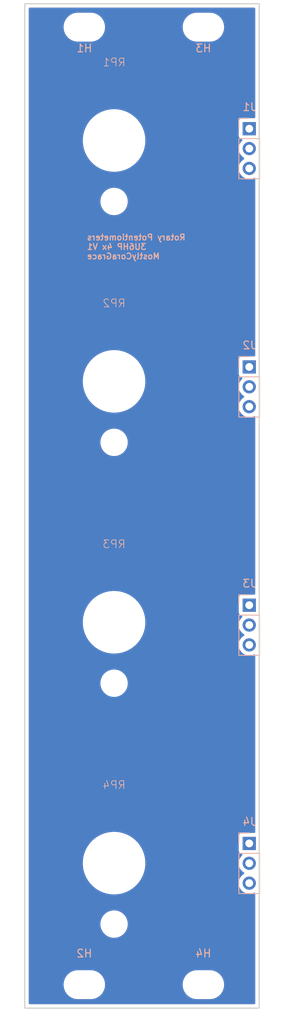
<source format=kicad_pcb>
(kicad_pcb (version 20240108) (generator "pcbnew") (generator_version "8.0")
  (layers (0 "F.Cu" signal) (31 "B.Cu" signal) (34 "B.Paste" user) (35 "F.Paste" user) (36 "B.SilkS" user "B.Silkscreen") (37 "F.SilkS" user "F.Silkscreen") (38 "B.Mask" user) (39 "F.Mask" user) (44 "Edge.Cuts" user))
  (net 0 "")
  (footprint "EXC:Rotary_Potentiometer_M7_Panel_Mount" (layer "F.Cu") (at 11.43 112.375)
    (property "Reference" "RP4" (at 0 -10 0) (layer "B.SilkS") (effects (font (thickness 0.1)) (justify mirror)))
    (property "Value" "M7_Panel_Mount_Rotary_Potentiometer")
    (pad "" np_thru_hole circle (at 0 0) (size 7.5 7.5) (drill 7.5) (layers "F&B.Cu" "*.Mask"))
    (pad "" np_thru_hole circle (at 0 7.8) (size 3 3) (drill 3) (layers "F&B.Cu" "*.Mask"))
  )
  (footprint "EXC:Rotary_Potentiometer_M7_Panel_Mount" (layer "F.Cu") (at 11.43 81.5583)
    (property "Reference" "RP3" (at 0 -10 0) (layer "B.SilkS") (effects (font (thickness 0.1)) (justify mirror)))
    (property "Value" "M7_Panel_Mount_Rotary_Potentiometer")
    (pad "" np_thru_hole circle (at 0 0) (size 7.5 7.5) (drill 7.5) (layers "F&B.Cu" "*.Mask"))
    (pad "" np_thru_hole circle (at 0 7.8) (size 3 3) (drill 3) (layers "F&B.Cu" "*.Mask"))
  )
  (footprint "EXC:Rotary_Potentiometer_M7_Panel_Mount" (layer "F.Cu") (at 11.43 50.7417)
    (property "Reference" "RP2" (at 0 -10 0) (layer "B.SilkS") (effects (font (thickness 0.1)) (justify mirror)))
    (property "Value" "M7_Panel_Mount_Rotary_Potentiometer")
    (pad "" np_thru_hole circle (at 0 0) (size 7.5 7.5) (drill 7.5) (layers "F&B.Cu" "*.Mask"))
    (pad "" np_thru_hole circle (at 0 7.8) (size 3 3) (drill 3) (layers "F&B.Cu" "*.Mask"))
  )
  (footprint "EXC:Rotary_Potentiometer_M7_Panel_Mount" (layer "F.Cu") (at 11.43 19.925)
    (property "Reference" "RP1" (at 0 -10 0) (layer "B.SilkS") (effects (font (thickness 0.1)) (justify mirror)))
    (property "Value" "M7_Panel_Mount_Rotary_Potentiometer")
    (pad "" np_thru_hole circle (at 0 0) (size 7.5 7.5) (drill 7.5) (layers "F&B.Cu" "*.Mask"))
    (pad "" np_thru_hole circle (at 0 7.8) (size 3 3) (drill 3) (layers "F&B.Cu" "*.Mask"))
  )
  (footprint "EXC:MountingHole_3.2mm_M3" (layer "B.Cu") (at 22.86 127.925 180)
    (property "Reference" "H4" (at 0 4 0) (layer "B.SilkS") (effects (justify mirror)))
    (property "Value" "Eurorack_M3_MountingHole")
    (pad "" np_thru_hole oval (at 0 0 180) (size 4.8 3.2) (drill oval 4.8 3.2) (layers "F&B.Cu" "*.Mask"))
  )
  (footprint "Connector_PinSocket_2.54mm:PinSocket_1x03_P2.54mm_Vertical" (layer "B.Cu") (at 28.73 109.855 180)
    (property "Reference" "J4" (at 0 2.77 0) (layer "B.SilkS") (effects (justify mirror)))
    (property "Value" "Conn_01x03_Socket")
    (fp_line (start 1.33 1.33) (end 0 1.33) (stroke (width 0.12)) (layer "B.SilkS"))
    (fp_line (start 1.33 0) (end 1.33 1.33) (stroke (width 0.12)) (layer "B.SilkS"))
    (fp_line (start 1.33 -1.27) (end -1.33 -1.27) (stroke (width 0.12)) (layer "B.SilkS"))
    (fp_line (start 1.33 -6.41) (end 1.33 -1.27) (stroke (width 0.12)) (layer "B.SilkS"))
    (fp_line (start 1.33 -6.41) (end -1.33 -6.41) (stroke (width 0.12)) (layer "B.SilkS"))
    (fp_line (start -1.33 -6.41) (end -1.33 -1.27) (stroke (width 0.12)) (layer "B.SilkS"))
    (pad "1" thru_hole rect (at 0 0 180) (size 1.7 1.7) (drill 1) (layers "*.Cu" "*.Mask"))
    (pad "2" thru_hole oval (at 0 -2.54 180) (size 1.7 1.7) (drill 1) (layers "*.Cu" "*.Mask"))
    (pad "3" thru_hole oval (at 0 -5.08 180) (size 1.7 1.7) (drill 1) (layers "*.Cu" "*.Mask"))
  )
  (footprint "Connector_PinSocket_2.54mm:PinSocket_1x03_P2.54mm_Vertical" (layer "B.Cu") (at 28.73 79.375 180)
    (property "Reference" "J3" (at 0 2.77 0) (layer "B.SilkS") (effects (justify mirror)))
    (property "Value" "Conn_01x03_Socket")
    (fp_line (start 1.33 1.33) (end 0 1.33) (stroke (width 0.12)) (layer "B.SilkS"))
    (fp_line (start 1.33 0) (end 1.33 1.33) (stroke (width 0.12)) (layer "B.SilkS"))
    (fp_line (start 1.33 -1.27) (end -1.33 -1.27) (stroke (width 0.12)) (layer "B.SilkS"))
    (fp_line (start 1.33 -6.41) (end 1.33 -1.27) (stroke (width 0.12)) (layer "B.SilkS"))
    (fp_line (start 1.33 -6.41) (end -1.33 -6.41) (stroke (width 0.12)) (layer "B.SilkS"))
    (fp_line (start -1.33 -6.41) (end -1.33 -1.27) (stroke (width 0.12)) (layer "B.SilkS"))
    (pad "1" thru_hole rect (at 0 0 180) (size 1.7 1.7) (drill 1) (layers "*.Cu" "*.Mask"))
    (pad "2" thru_hole oval (at 0 -2.54 180) (size 1.7 1.7) (drill 1) (layers "*.Cu" "*.Mask"))
    (pad "3" thru_hole oval (at 0 -5.08 180) (size 1.7 1.7) (drill 1) (layers "*.Cu" "*.Mask"))
  )
  (footprint "EXC:MountingHole_3.2mm_M3" (layer "B.Cu") (at 22.86 5.425 180)
    (property "Reference" "H3" (at 0 -2.703 0) (layer "B.SilkS") (effects (justify mirror)))
    (property "Value" "Eurorack_M3_MountingHole")
    (pad "" np_thru_hole oval (at 0 0 180) (size 4.8 3.2) (drill oval 4.8 3.2) (layers "F&B.Cu" "*.Mask"))
  )
  (footprint "EXC:MountingHole_3.2mm_M3" (layer "B.Cu") (at 7.61962 127.925 180)
    (property "Reference" "H2" (at 0 4 0) (layer "B.SilkS") (effects (justify mirror)))
    (property "Value" "Eurorack_M3_MountingHole")
    (pad "" np_thru_hole oval (at 0 0 180) (size 4.8 3.2) (drill oval 4.8 3.2) (layers "F&B.Cu" "*.Mask"))
  )
  (footprint "Connector_PinSocket_2.54mm:PinSocket_1x03_P2.54mm_Vertical" (layer "B.Cu") (at 28.73 18.415 180)
    (property "Reference" "J1" (at 0 2.77 0) (layer "B.SilkS") (effects (justify mirror)))
    (property "Value" "Conn_01x03_Socket")
    (fp_line (start 1.33 1.33) (end 0 1.33) (stroke (width 0.12)) (layer "B.SilkS"))
    (fp_line (start 1.33 0) (end 1.33 1.33) (stroke (width 0.12)) (layer "B.SilkS"))
    (fp_line (start 1.33 -1.27) (end -1.33 -1.27) (stroke (width 0.12)) (layer "B.SilkS"))
    (fp_line (start 1.33 -6.41) (end 1.33 -1.27) (stroke (width 0.12)) (layer "B.SilkS"))
    (fp_line (start 1.33 -6.41) (end -1.33 -6.41) (stroke (width 0.12)) (layer "B.SilkS"))
    (fp_line (start -1.33 -6.41) (end -1.33 -1.27) (stroke (width 0.12)) (layer "B.SilkS"))
    (pad "1" thru_hole rect (at 0 0 180) (size 1.7 1.7) (drill 1) (layers "*.Cu" "*.Mask"))
    (pad "2" thru_hole oval (at 0 -2.54 180) (size 1.7 1.7) (drill 1) (layers "*.Cu" "*.Mask"))
    (pad "3" thru_hole oval (at 0 -5.08 180) (size 1.7 1.7) (drill 1) (layers "*.Cu" "*.Mask"))
  )
  (footprint "Connector_PinSocket_2.54mm:PinSocket_1x03_P2.54mm_Vertical" (layer "B.Cu") (at 28.73 48.895 180)
    (property "Reference" "J2" (at 0 2.77 0) (layer "B.SilkS") (effects (justify mirror)))
    (property "Value" "Conn_01x03_Socket")
    (fp_line (start 1.33 1.33) (end 0 1.33) (stroke (width 0.12)) (layer "B.SilkS"))
    (fp_line (start 1.33 0) (end 1.33 1.33) (stroke (width 0.12)) (layer "B.SilkS"))
    (fp_line (start 1.33 -1.27) (end -1.33 -1.27) (stroke (width 0.12)) (layer "B.SilkS"))
    (fp_line (start 1.33 -6.41) (end 1.33 -1.27) (stroke (width 0.12)) (layer "B.SilkS"))
    (fp_line (start 1.33 -6.41) (end -1.33 -6.41) (stroke (width 0.12)) (layer "B.SilkS"))
    (fp_line (start -1.33 -6.41) (end -1.33 -1.27) (stroke (width 0.12)) (layer "B.SilkS"))
    (pad "1" thru_hole rect (at 0 0 180) (size 1.7 1.7) (drill 1) (layers "*.Cu" "*.Mask"))
    (pad "2" thru_hole oval (at 0 -2.54 180) (size 1.7 1.7) (drill 1) (layers "*.Cu" "*.Mask"))
    (pad "3" thru_hole oval (at 0 -5.08 180) (size 1.7 1.7) (drill 1) (layers "*.Cu" "*.Mask"))
  )
  (footprint "EXC:MountingHole_3.2mm_M3" (layer "B.Cu") (at 7.61962 5.425 180)
    (property "Reference" "H1" (at -0.00038 -2.703 0) (layer "B.SilkS") (effects (justify mirror)))
    (property "Value" "Eurorack_M3_MountingHole")
    (pad "" np_thru_hole oval (at 0 0 180) (size 4.8 3.2) (drill oval 4.8 3.2) (layers "F&B.Cu" "*.Mask"))
  )
  (gr_rect (start 0 2.425) (end 30 130.925) (stroke (width 0.15)) (fill none) (layer "Edge.Cuts"))
  (gr_text "Rotary Potentiometers\n3U6HP 4x V1\nMostlyCoraGrace" (at 7.874 31.877 0) (layer "B.SilkS") (effects (font (size 0.75 0.75) (thickness 0.15) (bold yes)) (justify right top mirror)))
  (zone (net 0) (net_name "") (layers "F&B.Cu") (connect_pads (clearance 0.5)) (min_thickness 0.25) (fill yes (thermal_gap 0.5) (thermal_bridge_width 0.5) (island_removal_mode 1) (island_area_min 10))
    (polygon (pts (xy 0 2.5) (xy 30 2.5) (xy 30 131) (xy 0 131)))
  )
)
</source>
